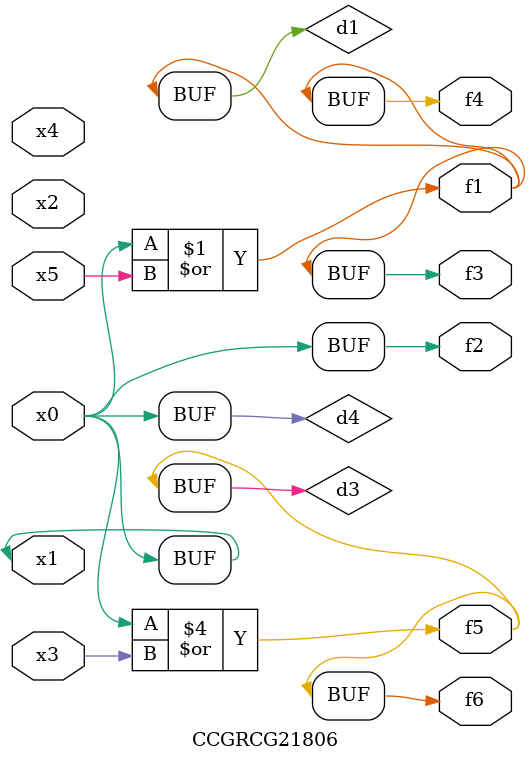
<source format=v>
module CCGRCG21806(
	input x0, x1, x2, x3, x4, x5,
	output f1, f2, f3, f4, f5, f6
);

	wire d1, d2, d3, d4;

	or (d1, x0, x5);
	xnor (d2, x1, x4);
	or (d3, x0, x3);
	buf (d4, x0, x1);
	assign f1 = d1;
	assign f2 = d4;
	assign f3 = d1;
	assign f4 = d1;
	assign f5 = d3;
	assign f6 = d3;
endmodule

</source>
